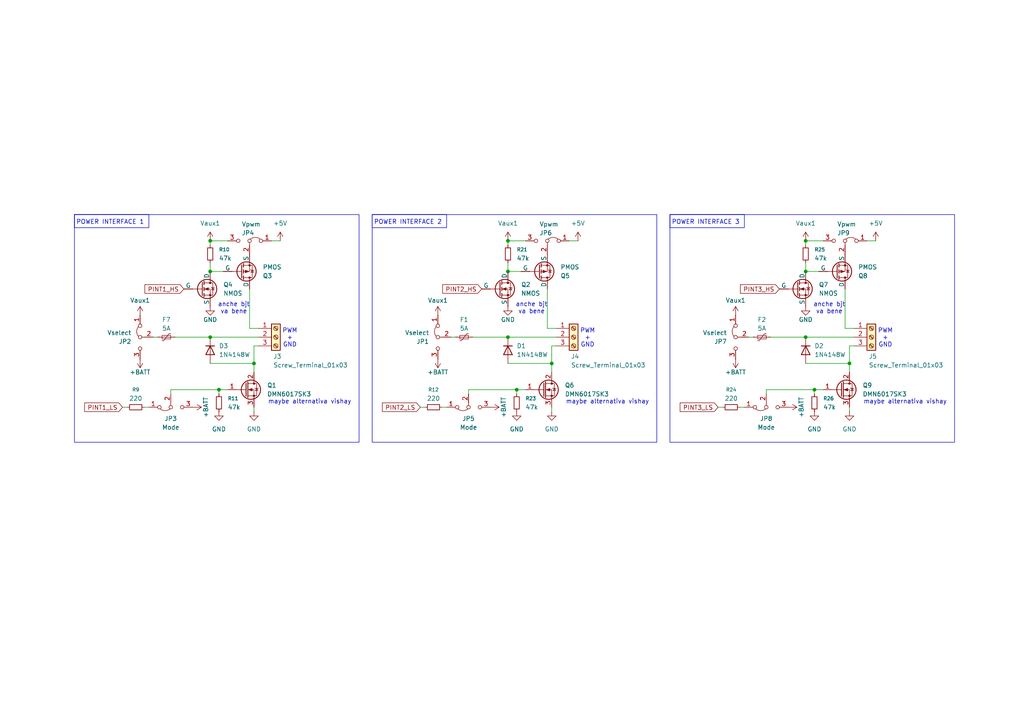
<source format=kicad_sch>
(kicad_sch (version 20250114) (generator "eeschema") (generator_version "9.0")
  (paper "A4")
  (title_block (title "Modulo Attuazione") (date "2025-11-28") (company "StarPi"))
  (lib_symbols
    (symbol "Connector:Screw_Terminal_01x03" (pin_names (offset 1.016) (hide yes))
      (property "Reference" "J" (at 0 5.08 0))
      (property "Value" "Screw_Terminal_01x03" (at 0 -5.08 0))
      (symbol "Screw_Terminal_01x03_1_1"
        (rectangle (start -1.27 3.81) (end 1.27 -3.81) (stroke (width 0.254)) (fill (type background)))
        (polyline (pts (xy -0.5334 2.8702) (xy 0.3302 2.032)) (stroke (width 0.1524)))
        (polyline (pts (xy -0.5334 0.3302) (xy 0.3302 -0.508)) (stroke (width 0.1524)))
        (polyline (pts (xy -0.5334 -2.2098) (xy 0.3302 -3.048)) (stroke (width 0.1524)))
        (polyline (pts (xy -0.3556 3.048) (xy 0.508 2.2098)) (stroke (width 0.1524)))
        (polyline (pts (xy -0.3556 0.508) (xy 0.508 -0.3302)) (stroke (width 0.1524)))
        (polyline (pts (xy -0.3556 -2.032) (xy 0.508 -2.8702)) (stroke (width 0.1524)))
        (circle (center 0 2.54) (radius 0.635) (stroke (width 0.1524)))
        (circle (center 0 0) (radius 0.635) (stroke (width 0.1524)))
        (circle (center 0 -2.54) (radius 0.635) (stroke (width 0.1524)))
        (pin passive line (at -5.08 2.54 0) (length 3.81) (name "Pin_1") (number "1"))
        (pin passive line (at -5.08 0 0) (length 3.81) (name "Pin_2") (number "2"))
        (pin passive line (at -5.08 -2.54 0) (length 3.81) (name "Pin_3") (number "3"))
      )
    )
    (symbol "Device:Polyfuse_Small" (pin_numbers (hide yes)) (pin_names (offset 0))
      (property "Reference" "F" (at -1.905 0 90))
      (property "Value" "Polyfuse_Small" (at 1.905 0 90))
      (symbol "Polyfuse_Small_0_1"
        (polyline (pts (xy -1.016 1.27) (xy -1.016 0.762) (xy 1.016 -0.762) (xy 1.016 -1.27)))
        (rectangle (start -0.508 1.27) (end 0.508 -1.27))
        (polyline (pts (xy 0 2.54) (xy 0 -2.54)))
      )
      (symbol "Polyfuse_Small_1_1"
        (pin passive line (at 0 2.54 270) (length 0.635) (name "~") (number "1"))
        (pin passive line (at 0 -2.54 90) (length 0.635) (name "~") (number "2"))
      )
    )
    (symbol "Device:R_Small" (pin_numbers (hide yes)) (pin_names (offset 0.254) (hide yes))
      (property "Reference" "R" (at 0 0 90))
      (property "Value" "R_Small" (at 1.778 0 90))
      (symbol "R_Small_0_1"
        (rectangle (start -0.762 1.778) (end 0.762 -1.778) (stroke (width 0.2032)))
      )
      (symbol "R_Small_1_1"
        (pin passive line (at 0 2.54 270) (length 0.762) (name "~") (number "1"))
        (pin passive line (at 0 -2.54 90) (length 0.762) (name "~") (number "2"))
      )
    )
    (symbol "Diode:1N4148W" (pin_numbers (hide yes)) (pin_names (hide yes))
      (property "Reference" "D" (at 0 2.54 0))
      (property "Value" "1N4148W" (at 0 -2.54 0))
      (symbol "1N4148W_0_1"
        (polyline (pts (xy -1.27 1.27) (xy -1.27 -1.27)) (stroke (width 0.254)))
        (polyline (pts (xy 1.27 1.27) (xy 1.27 -1.27) (xy -1.27 0) (xy 1.27 1.27)) (stroke (width 0.254)))
        (polyline (pts (xy 1.27 0) (xy -1.27 0)))
      )
      (symbol "1N4148W_1_1"
        (pin passive line (at -3.81 0 0) (length 2.54) (name "K") (number "1"))
        (pin passive line (at 3.81 0 180) (length 2.54) (name "A") (number "2"))
      )
    )
    (symbol "Jumper:Jumper_3_Bridged12" (pin_names (offset 0) (hide yes)) (in_bom no)
      (property "Reference" "JP" (at -2.54 -2.54 0))
      (property "Value" "Jumper_3_Bridged12" (at 0 2.794 0))
      (symbol "Jumper_3_Bridged12_0_0"
        (circle (center -3.302 0) (radius 0.508))
        (circle (center 0 0) (radius 0.508))
        (circle (center 3.302 0) (radius 0.508))
      )
      (symbol "Jumper_3_Bridged12_0_1"
        (arc (start -3.048 0.508) (mid -1.651 0.9912) (end -0.254 0.508))
        (polyline (pts (xy 0 -1.27) (xy 0 -0.508)))
      )
      (symbol "Jumper_3_Bridged12_1_1"
        (pin passive line (at -6.35 0 0) (length 2.54) (name "A") (number "1"))
        (pin passive line (at 0 -3.81 90) (length 2.54) (name "C") (number "2"))
        (pin passive line (at 6.35 0 180) (length 2.54) (name "B") (number "3"))
      )
    )
    (symbol "Simulation_SPICE:NMOS" (pin_numbers (hide yes)) (pin_names (offset 0))
      (property "Reference" "Q" (at 5.08 1.27 0))
      (property "Value" "NMOS" (at 5.08 -1.27 0))
      (symbol "NMOS_0_1"
        (polyline (pts (xy 0.254 1.905) (xy 0.254 -1.905)) (stroke (width 0.254)))
        (polyline (pts (xy 0.254 0) (xy -2.54 0)))
        (polyline (pts (xy 0.762 2.286) (xy 0.762 1.27)) (stroke (width 0.254)))
        (polyline (pts (xy 0.762 0.508) (xy 0.762 -0.508)) (stroke (width 0.254)))
        (polyline (pts (xy 0.762 -1.27) (xy 0.762 -2.286)) (stroke (width 0.254)))
        (polyline (pts (xy 0.762 -1.778) (xy 3.302 -1.778) (xy 3.302 1.778) (xy 0.762 1.778)))
        (polyline (pts (xy 1.016 0) (xy 2.032 0.381) (xy 2.032 -0.381) (xy 1.016 0)) (fill (type outline)))
        (circle (center 1.651 0) (radius 2.794) (stroke (width 0.254)))
        (polyline (pts (xy 2.54 2.54) (xy 2.54 1.778)))
        (circle (center 2.54 1.778) (radius 0.254) (fill (type outline)))
        (circle (center 2.54 -1.778) (radius 0.254) (fill (type outline)))
        (polyline (pts (xy 2.54 -2.54) (xy 2.54 0) (xy 0.762 0)))
        (polyline (pts (xy 2.794 0.508) (xy 2.921 0.381) (xy 3.683 0.381) (xy 3.81 0.254)))
        (polyline (pts (xy 3.302 0.381) (xy 2.921 -0.254) (xy 3.683 -0.254) (xy 3.302 0.381)))
      )
      (symbol "NMOS_1_1"
        (pin input line (at -5.08 0 0) (length 2.54) (name "G") (number "2"))
        (pin passive line (at 2.54 5.08 270) (length 2.54) (name "D") (number "1"))
        (pin passive line (at 2.54 -5.08 90) (length 2.54) (name "S") (number "3"))
      )
    )
    (symbol "Simulation_SPICE:PMOS" (pin_numbers (hide yes)) (pin_names (offset 0))
      (property "Reference" "Q" (at 5.08 1.27 0))
      (property "Value" "PMOS" (at 5.08 -1.27 0))
      (symbol "PMOS_0_1"
        (polyline (pts (xy 0.254 1.905) (xy 0.254 -1.905)) (stroke (width 0.254)))
        (polyline (pts (xy 0.254 0) (xy -2.54 0)))
        (polyline (pts (xy 0.762 2.286) (xy 0.762 1.27)) (stroke (width 0.254)))
        (polyline (pts (xy 0.762 1.778) (xy 3.302 1.778) (xy 3.302 -1.778) (xy 0.762 -1.778)))
        (polyline (pts (xy 0.762 0.508) (xy 0.762 -0.508)) (stroke (width 0.254)))
        (polyline (pts (xy 0.762 -1.27) (xy 0.762 -2.286)) (stroke (width 0.254)))
        (circle (center 1.651 0) (radius 2.794) (stroke (width 0.254)))
        (polyline (pts (xy 2.286 0) (xy 1.27 0.381) (xy 1.27 -0.381) (xy 2.286 0)) (fill (type outline)))
        (polyline (pts (xy 2.54 2.54) (xy 2.54 1.778)))
        (circle (center 2.54 1.778) (radius 0.254) (fill (type outline)))
        (circle (center 2.54 -1.778) (radius 0.254) (fill (type outline)))
        (polyline (pts (xy 2.54 -2.54) (xy 2.54 0) (xy 0.762 0)))
        (polyline (pts (xy 2.794 -0.508) (xy 2.921 -0.381) (xy 3.683 -0.381) (xy 3.81 -0.254)))
        (polyline (pts (xy 3.302 -0.381) (xy 2.921 0.254) (xy 3.683 0.254) (xy 3.302 -0.381)))
      )
      (symbol "PMOS_1_1"
        (pin input line (at -5.08 0 0) (length 2.54) (name "G") (number "2"))
        (pin passive line (at 2.54 5.08 270) (length 2.54) (name "D") (number "1"))
        (pin passive line (at 2.54 -5.08 90) (length 2.54) (name "S") (number "3"))
      )
    )
    (symbol "Transistor_FET_Other:Q_NMOS_Depletion_GDS" (pin_names (offset 0) (hide yes))
      (property "Reference" "Q" (at 5.08 1.905 0))
      (property "Value" "Q_NMOS_Depletion_GDS" (at 5.08 0 0))
      (symbol "Q_NMOS_Depletion_GDS_0_1"
        (polyline (pts (xy 0.254 1.905) (xy 0.254 -1.905)) (stroke (width 0.254)))
        (polyline (pts (xy 0.254 0) (xy -2.54 0)))
        (polyline (pts (xy 0.762 2.286) (xy 0.762 -2.286)) (stroke (width 0.254)))
        (polyline (pts (xy 0.762 -1.778) (xy 3.302 -1.778) (xy 3.302 1.778) (xy 0.762 1.778)))
        (polyline (pts (xy 1.016 0) (xy 2.032 0.381) (xy 2.032 -0.381) (xy 1.016 0)) (fill (type outline)))
        (circle (center 1.651 0) (radius 2.794) (stroke (width 0.254)))
        (polyline (pts (xy 2.54 2.54) (xy 2.54 1.778)))
        (circle (center 2.54 1.778) (radius 0.254) (fill (type outline)))
        (circle (center 2.54 -1.778) (radius 0.254) (fill (type outline)))
        (polyline (pts (xy 2.54 -2.54) (xy 2.54 0) (xy 0.762 0)))
        (polyline (pts (xy 2.794 0.508) (xy 2.921 0.381) (xy 3.683 0.381) (xy 3.81 0.254)))
        (polyline (pts (xy 3.302 0.381) (xy 2.921 -0.254) (xy 3.683 -0.254) (xy 3.302 0.381)))
      )
      (symbol "Q_NMOS_Depletion_GDS_1_1"
        (pin input line (at -5.08 0 0) (length 2.54) (name "G") (number "1"))
        (pin passive line (at 2.54 5.08 270) (length 2.54) (name "D") (number "2"))
        (pin passive line (at 2.54 -5.08 90) (length 2.54) (name "S") (number "3"))
      )
    )
    (symbol "power:+5V" (power) (pin_numbers (hide yes)) (pin_names (offset 0) (hide yes))
      (property "Value" "+5V" (at 0 3.556 0))
      (symbol "+5V_0_1"
        (polyline (pts (xy -0.762 1.27) (xy 0 2.54)))
        (polyline (pts (xy 0 2.54) (xy 0.762 1.27)))
        (polyline (pts (xy 0 0) (xy 0 2.54)))
      )
      (symbol "+5V_1_1"
        (pin power_in line (at 0 0 90) (length 0) (name "~") (number "1"))
      )
    )
    (symbol "power:+9V" (power) (pin_numbers (hide yes)) (pin_names (offset 0) (hide yes))
      (property "Value" "+9V" (at 0 3.556 0))
      (symbol "+9V_0_1"
        (polyline (pts (xy -0.762 1.27) (xy 0 2.54)))
        (polyline (pts (xy 0 2.54) (xy 0.762 1.27)))
        (polyline (pts (xy 0 0) (xy 0 2.54)))
      )
      (symbol "+9V_1_1"
        (pin power_in line (at 0 0 90) (length 0) (name "~") (number "1"))
      )
    )
    (symbol "power:+BATT" (power) (pin_numbers (hide yes)) (pin_names (offset 0) (hide yes))
      (property "Value" "+BATT" (at 0 3.556 0))
      (symbol "+BATT_0_1"
        (polyline (pts (xy -0.762 1.27) (xy 0 2.54)))
        (polyline (pts (xy 0 2.54) (xy 0.762 1.27)))
        (polyline (pts (xy 0 0) (xy 0 2.54)))
      )
      (symbol "+BATT_1_1"
        (pin power_in line (at 0 0 90) (length 0) (name "~") (number "1"))
      )
    )
    (symbol "power:GND" (power) (pin_numbers (hide yes)) (pin_names (offset 0) (hide yes))
      (property "Value" "GND" (at 0 -3.81 0))
      (symbol "GND_0_1"
        (polyline (pts (xy 0 0) (xy 0 -1.27) (xy 1.27 -1.27) (xy 0 -2.54) (xy -1.27 -1.27) (xy 0 -1.27)))
      )
      (symbol "GND_1_1"
        (pin power_in line (at 0 0 270) (length 0) (name "~") (number "1"))
      )
    )
  )
  (rectangle (start 21.59 62.23) (end 43.18 66.04))
  (rectangle (start 194.31 62.23) (end 215.9 66.04))
  (rectangle (start 107.95 62.23) (end 129.54 66.04))
  (rectangle (start 194.31 62.23) (end 276.86 128.27))
  (rectangle (start 107.95 62.23) (end 190.5 128.27))
  (rectangle (start 21.59 62.23) (end 104.14 128.27))
  (text "maybe alternativa vishay" (at 77.724 116.586 0) (effects (font (size 1.27 1.27)) (justify left)))
  (text "maybe alternativa vishay" (at 164.084 116.586 0) (effects (font (size 1.27 1.27)) (justify left)))
  (text "anche bjt\nva bene" (at 240.538 89.408 0) (effects (font (size 1.27 1.27))))
  (text "PWM\n+\nGND" (at 256.794 98.044 0) (effects (font (size 1.27 1.27))))
  (text "anche bjt\nva bene" (at 154.178 89.408 0) (effects (font (size 1.27 1.27))))
  (text "POWER INTERFACE 2" (at 108.458 64.516 0) (effects (font (size 1.27 1.27)) (justify left)))
  (text "POWER INTERFACE 3" (at 194.818 64.516 0) (effects (font (size 1.27 1.27)) (justify left)))
  (text "PWM\n+\nGND" (at 84.074 98.044 0) (effects (font (size 1.27 1.27))))
  (text "POWER INTERFACE 1" (at 22.098 64.516 0) (effects (font (size 1.27 1.27)) (justify left)))
  (text "anche bjt\nva bene" (at 67.818 89.408 0) (effects (font (size 1.27 1.27))))
  (text "maybe alternativa vishay" (at 250.444 116.586 0) (effects (font (size 1.27 1.27)) (justify left)))
  (text "PWM\n+\nGND" (at 170.434 98.044 0) (effects (font (size 1.27 1.27))))
  (junction (at 147.32 69.85))
  (junction (at 149.86 113.03))
  (junction (at 233.68 78.74))
  (junction (at 60.96 97.79))
  (junction (at 236.22 113.03))
  (junction (at 246.38 105.41))
  (junction (at 73.66 105.41))
  (junction (at 63.5 113.03))
  (junction (at 160.02 105.41))
  (junction (at 233.68 69.85))
  (junction (at 233.68 97.79))
  (junction (at 60.96 69.85))
  (junction (at 60.96 78.74))
  (junction (at 147.32 78.74))
  (junction (at 147.32 97.79))
  (wire (pts (xy 246.38 118.11) (xy 246.38 119.38)))
  (wire (pts (xy 158.75 83.82) (xy 158.75 95.25)))
  (wire (pts (xy 60.96 69.85) (xy 66.04 69.85)))
  (wire (pts (xy 137.16 97.79) (xy 147.32 97.79)))
  (wire (pts (xy 251.46 69.85) (xy 254 69.85)))
  (wire (pts (xy 72.39 95.25) (xy 74.93 95.25)))
  (wire (pts (xy 158.75 95.25) (xy 161.29 95.25)))
  (wire (pts (xy 149.86 113.03) (xy 152.4 113.03)))
  (wire (pts (xy 160.02 107.95) (xy 160.02 105.41)))
  (wire (pts (xy 222.25 113.03) (xy 236.22 113.03)))
  (wire (pts (xy 208.28 118.11) (xy 209.55 118.11)))
  (wire (pts (xy 135.89 114.3) (xy 135.89 113.03)))
  (wire (pts (xy 147.32 69.85) (xy 147.32 71.12)))
  (wire (pts (xy 236.22 114.3) (xy 236.22 113.03)))
  (wire (pts (xy 160.02 118.11) (xy 160.02 119.38)))
  (wire (pts (xy 237.49 78.74) (xy 233.68 78.74)))
  (wire (pts (xy 222.25 114.3) (xy 222.25 113.03)))
  (wire (pts (xy 151.13 78.74) (xy 147.32 78.74)))
  (wire (pts (xy 60.96 105.41) (xy 73.66 105.41)))
  (wire (pts (xy 63.5 113.03) (xy 66.04 113.03)))
  (wire (pts (xy 128.27 118.11) (xy 129.54 118.11)))
  (wire (pts (xy 78.74 69.85) (xy 81.28 69.85)))
  (wire (pts (xy 121.92 118.11) (xy 123.19 118.11)))
  (wire (pts (xy 149.86 114.3) (xy 149.86 113.03)))
  (wire (pts (xy 245.11 83.82) (xy 245.11 95.25)))
  (wire (pts (xy 165.1 69.85) (xy 167.64 69.85)))
  (wire (pts (xy 73.66 100.33) (xy 74.93 100.33)))
  (wire (pts (xy 50.8 97.79) (xy 60.96 97.79)))
  (wire (pts (xy 160.02 100.33) (xy 161.29 100.33)))
  (wire (pts (xy 60.96 76.2) (xy 60.96 78.74)))
  (wire (pts (xy 223.52 97.79) (xy 233.68 97.79)))
  (wire (pts (xy 233.68 97.79) (xy 247.65 97.79)))
  (wire (pts (xy 49.53 113.03) (xy 63.5 113.03)))
  (wire (pts (xy 147.32 76.2) (xy 147.32 78.74)))
  (wire (pts (xy 246.38 100.33) (xy 247.65 100.33)))
  (wire (pts (xy 73.66 118.11) (xy 73.66 119.38)))
  (wire (pts (xy 217.17 97.79) (xy 218.44 97.79)))
  (wire (pts (xy 60.96 97.79) (xy 74.93 97.79)))
  (wire (pts (xy 73.66 105.41) (xy 73.66 100.33)))
  (wire (pts (xy 135.89 113.03) (xy 149.86 113.03)))
  (wire (pts (xy 63.5 114.3) (xy 63.5 113.03)))
  (wire (pts (xy 130.81 97.79) (xy 132.08 97.79)))
  (wire (pts (xy 233.68 76.2) (xy 233.68 78.74)))
  (wire (pts (xy 214.63 118.11) (xy 215.9 118.11)))
  (wire (pts (xy 35.56 118.11) (xy 36.83 118.11)))
  (wire (pts (xy 147.32 105.41) (xy 160.02 105.41)))
  (wire (pts (xy 49.53 114.3) (xy 49.53 113.03)))
  (wire (pts (xy 245.11 95.25) (xy 247.65 95.25)))
  (wire (pts (xy 236.22 113.03) (xy 238.76 113.03)))
  (wire (pts (xy 64.77 78.74) (xy 60.96 78.74)))
  (wire (pts (xy 233.68 105.41) (xy 246.38 105.41)))
  (wire (pts (xy 147.32 69.85) (xy 152.4 69.85)))
  (wire (pts (xy 41.91 118.11) (xy 43.18 118.11)))
  (wire (pts (xy 60.96 69.85) (xy 60.96 71.12)))
  (wire (pts (xy 147.32 97.79) (xy 161.29 97.79)))
  (wire (pts (xy 44.45 97.79) (xy 45.72 97.79)))
  (wire (pts (xy 246.38 105.41) (xy 246.38 100.33)))
  (wire (pts (xy 73.66 107.95) (xy 73.66 105.41)))
  (wire (pts (xy 233.68 69.85) (xy 238.76 69.85)))
  (wire (pts (xy 246.38 107.95) (xy 246.38 105.41)))
  (wire (pts (xy 72.39 83.82) (xy 72.39 95.25)))
  (wire (pts (xy 160.02 105.41) (xy 160.02 100.33)))
  (wire (pts (xy 233.68 69.85) (xy 233.68 71.12)))
  (global_label "PINT3_LS" (shape input) (at 208.28 118.11 180) (property "Intersheetrefs" "${INTERSHEET_REFS}" (effects (hide yes))))
  (global_label "PINT1_LS" (shape input) (at 35.56 118.11 180) (property "Intersheetrefs" "${INTERSHEET_REFS}" (effects (hide yes))))
  (global_label "PINT3_HS" (shape input) (at 226.06 83.82 180) (property "Intersheetrefs" "${INTERSHEET_REFS}" (effects (hide yes))))
  (global_label "PINT1_HS" (shape input) (at 53.34 83.82 180) (property "Intersheetrefs" "${INTERSHEET_REFS}" (effects (hide yes))))
  (global_label "PINT2_LS" (shape input) (at 121.92 118.11 180) (property "Intersheetrefs" "${INTERSHEET_REFS}" (effects (hide yes))))
  (global_label "PINT2_HS" (shape input) (at 139.7 83.82 180) (property "Intersheetrefs" "${INTERSHEET_REFS}" (effects (hide yes))))
  (symbol (lib_id "Device:Polyfuse_Small") (at 220.98 97.79 90) (unit 1)
    (property "Reference" "F2" (at 220.98 92.71 90))
    (property "Value" "5A" (at 220.98 95.25 90))
    (property "Description" "Resettable fuse, polymeric positive temperature coefficient, small symbol" (effects (hide yes)))
  )
  (symbol (lib_id "Jumper:Jumper_3_Bridged12") (at 213.36 97.79 90) (mirror x) (unit 1) (in_bom no)
    (property "Reference" "JP7" (at 210.82 99.0601 90) (effects (justify left)))
    (property "Value" "Vselect" (at 210.82 96.5201 90) (effects (justify left)))
    (property "Description" "Jumper, 3-pole, pins 1+2 closed/bridged" (effects (hide yes)))
  )
  (symbol (lib_id "Jumper:Jumper_3_Bridged12") (at 135.89 118.11 0) (mirror x) (unit 1) (in_bom no)
    (property "Reference" "JP5" (at 135.89 121.412 0))
    (property "Value" "Mode" (at 135.89 123.952 0))
    (property "Description" "Jumper, 3-pole, pins 1+2 closed/bridged" (effects (hide yes)))
  )
  (symbol (lib_id "Device:R_Small") (at 236.22 116.84 180) (unit 1)
    (property "Reference" "R26" (at 238.76 115.5699 0) (effects (font (size 1.016 1.016)) (justify right)))
    (property "Value" "47k" (at 238.76 118.1099 0) (effects (justify right)))
    (property "Description" "Resistor, small symbol" (effects (hide yes)))
  )
  (symbol (lib_id "Diode:1N4148W") (at 60.96 101.6 270) (unit 1)
    (property "Reference" "D3" (at 63.5 100.3299 90) (effects (justify left)))
    (property "Value" "1N4148W" (at 63.5 102.8699 90) (effects (justify left)))
    (property "Footprint" "Diode_SMD:D_SOD-123" (effects (hide yes)))
    (property "Datasheet" "https://www.vishay.com/docs/85748/1n4148w.pdf" (effects (hide yes)))
    (property "Description" "75V 0.15A Fast Switching Diode, SOD-123" (effects (hide yes)))
    (property "Sim.Device" "D" (effects (hide yes)))
    (property "Sim.Pins" "1=K 2=A" (effects (hide yes)))
  )
  (symbol (lib_id "power:+BATT") (at 55.88 118.11 270) (unit 1)
    (property "Reference" "#PWR055" (effects (hide yes)))
    (property "Value" "+BATT" (at 59.69 118.11 0))
    (property "Description" "Power symbol creates a global label with name \"+BATT\"" (effects (hide yes)))
  )
  (symbol (lib_id "power:+5V") (at 81.28 69.85 0) (unit 1)
    (property "Reference" "#PWR057" (effects (hide yes)))
    (property "Value" "+5V" (at 81.28 64.77 0))
    (property "Description" "Power symbol creates a global label with name \"+5V\"" (effects (hide yes)))
  )
  (symbol (lib_id "Simulation_SPICE:PMOS") (at 156.21 78.74 0) (mirror x) (unit 1)
    (property "Reference" "Q5" (at 162.56 80.0101 0) (effects (justify left)))
    (property "Value" "PMOS" (at 162.56 77.4701 0) (effects (justify left)))
    (property "Datasheet" "https://ngspice.sourceforge.io/docs/ngspice-html-manual/manual.xhtml#cha_MOSFETs" (effects (hide yes)))
    (property "Description" "P-MOSFET transistor, drain/source/gate" (effects (hide yes)))
    (property "Sim.Device" "PMOS" (effects (hide yes)))
    (property "Sim.Type" "VDMOS" (effects (hide yes)))
    (property "Sim.Pins" "1=D 2=G 3=S" (effects (hide yes)))
  )
  (symbol (lib_id "Device:R_Small") (at 60.96 73.66 180) (unit 1)
    (property "Reference" "R10" (at 63.5 72.3899 0) (effects (font (size 1.016 1.016)) (justify right)))
    (property "Value" "47k" (at 63.5 74.9299 0) (effects (justify right)))
    (property "Description" "Resistor, small symbol" (effects (hide yes)))
  )
  (symbol (lib_id "Connector:Screw_Terminal_01x03") (at 80.01 97.79 0) (unit 1)
    (property "Reference" "J3" (at 79.248 103.378 0) (effects (justify left)))
    (property "Value" "Screw_Terminal_01x03" (at 79.248 105.918 0) (effects (justify left)))
    (property "Description" "Generic screw terminal, single row, 01x03, script generated (kicad-library-utils/schlib/autogen/connector/)" (effects (hide yes)))
  )
  (symbol (lib_id "power:GND") (at 246.38 119.38 0) (unit 1)
    (property "Reference" "#PWR060" (effects (hide yes)))
    (property "Value" "GND" (at 246.38 124.46 0))
    (property "Description" "Power symbol creates a global label with name \"GND\" , ground" (effects (hide yes)))
  )
  (symbol (lib_id "Jumper:Jumper_3_Bridged12") (at 245.11 69.85 0) (mirror y) (unit 1) (in_bom no)
    (property "Reference" "JP9" (at 242.824 67.564 0) (effects (justify right)))
    (property "Value" "Vpwm" (at 242.824 65.024 0) (effects (justify right)))
    (property "Description" "Jumper, 3-pole, pins 1+2 closed/bridged" (effects (hide yes)))
  )
  (symbol (lib_id "Device:R_Small") (at 149.86 116.84 180) (unit 1)
    (property "Reference" "R23" (at 152.4 115.5699 0) (effects (font (size 1.016 1.016)) (justify right)))
    (property "Value" "47k" (at 152.4 118.1099 0) (effects (justify right)))
    (property "Description" "Resistor, small symbol" (effects (hide yes)))
  )
  (symbol (lib_id "Simulation_SPICE:NMOS") (at 58.42 83.82 0) (unit 1)
    (property "Reference" "Q4" (at 64.77 82.5499 0) (effects (justify left)))
    (property "Value" "NMOS" (at 64.77 85.0899 0) (effects (justify left)))
    (property "Datasheet" "https://ngspice.sourceforge.io/docs/ngspice-html-manual/manual.xhtml#cha_MOSFETs" (effects (hide yes)))
    (property "Description" "N-MOSFET transistor, drain/source/gate" (effects (hide yes)))
    (property "Sim.Device" "NMOS" (effects (hide yes)))
    (property "Sim.Type" "VDMOS" (effects (hide yes)))
    (property "Sim.Pins" "1=D 2=G 3=S" (effects (hide yes)))
  )
  (symbol (lib_id "Transistor_FET_Other:Q_NMOS_Depletion_GDS") (at 71.12 113.03 0) (unit 1)
    (property "Reference" "Q1" (at 77.47 111.7599 0) (effects (justify left)))
    (property "Value" "DMN6017SK3" (at 77.47 114.2999 0) (effects (justify left)))
    (property "Description" "Depletion-mode N-channel MOSFET gate/drain/source" (effects (hide yes)))
  )
  (symbol (lib_id "power:+9V") (at 127 91.44 0) (unit 1)
    (property "Reference" "#PWR027" (effects (hide yes)))
    (property "Value" "Vaux1" (at 127 87.122 0))
    (property "Description" "Power symbol creates a global label with name \"+9V\"" (effects (hide yes)))
  )
  (symbol (lib_id "Jumper:Jumper_3_Bridged12") (at 158.75 69.85 0) (mirror y) (unit 1) (in_bom no)
    (property "Reference" "JP6" (at 156.464 67.564 0) (effects (justify right)))
    (property "Value" "Vpwm" (at 156.464 65.024 0) (effects (justify right)))
    (property "Description" "Jumper, 3-pole, pins 1+2 closed/bridged" (effects (hide yes)))
  )
  (symbol (lib_id "Jumper:Jumper_3_Bridged12") (at 127 97.79 90) (mirror x) (unit 1) (in_bom no)
    (property "Reference" "JP1" (at 124.46 99.0601 90) (effects (justify left)))
    (property "Value" "Vselect" (at 124.46 96.5201 90) (effects (justify left)))
    (property "Description" "Jumper, 3-pole, pins 1+2 closed/bridged" (effects (hide yes)))
  )
  (symbol (lib_id "power:GND") (at 233.68 88.9 0) (unit 1)
    (property "Reference" "#PWR058" (effects (hide yes)))
    (property "Value" "GND" (at 233.68 92.71 0))
    (property "Description" "Power symbol creates a global label with name \"GND\" , ground" (effects (hide yes)))
  )
  (symbol (lib_id "power:+BATT") (at 127 104.14 180) (unit 1)
    (property "Reference" "#PWR028" (effects (hide yes)))
    (property "Value" "+BATT" (at 127 107.95 0))
    (property "Description" "Power symbol creates a global label with name \"+BATT\"" (effects (hide yes)))
  )
  (symbol (lib_id "power:GND") (at 160.02 119.38 0) (unit 1)
    (property "Reference" "#PWR041" (effects (hide yes)))
    (property "Value" "GND" (at 160.02 124.46 0))
    (property "Description" "Power symbol creates a global label with name \"GND\" , ground" (effects (hide yes)))
  )
  (symbol (lib_id "Transistor_FET_Other:Q_NMOS_Depletion_GDS") (at 243.84 113.03 0) (unit 1)
    (property "Reference" "Q9" (at 250.19 111.7599 0) (effects (justify left)))
    (property "Value" "DMN6017SK3" (at 250.19 114.2999 0) (effects (justify left)))
    (property "Description" "Depletion-mode N-channel MOSFET gate/drain/source" (effects (hide yes)))
  )
  (symbol (lib_id "Simulation_SPICE:NMOS") (at 231.14 83.82 0) (unit 1)
    (property "Reference" "Q7" (at 237.49 82.5499 0) (effects (justify left)))
    (property "Value" "NMOS" (at 237.49 85.0899 0) (effects (justify left)))
    (property "Datasheet" "https://ngspice.sourceforge.io/docs/ngspice-html-manual/manual.xhtml#cha_MOSFETs" (effects (hide yes)))
    (property "Description" "N-MOSFET transistor, drain/source/gate" (effects (hide yes)))
    (property "Sim.Device" "NMOS" (effects (hide yes)))
    (property "Sim.Type" "VDMOS" (effects (hide yes)))
    (property "Sim.Pins" "1=D 2=G 3=S" (effects (hide yes)))
  )
  (symbol (lib_id "power:+BATT") (at 228.6 118.11 270) (unit 1)
    (property "Reference" "#PWR045" (effects (hide yes)))
    (property "Value" "+BATT" (at 232.41 118.11 0))
    (property "Description" "Power symbol creates a global label with name \"+BATT\"" (effects (hide yes)))
  )
  (symbol (lib_id "Device:R_Small") (at 212.09 118.11 90) (unit 1)
    (property "Reference" "R24" (at 212.09 113.03 90) (effects (font (size 1.016 1.016))))
    (property "Value" "220" (at 212.09 115.57 90))
    (property "Description" "Resistor, small symbol" (effects (hide yes)))
  )
  (symbol (lib_id "power:GND") (at 73.66 119.38 0) (unit 1)
    (property "Reference" "#PWR053" (effects (hide yes)))
    (property "Value" "GND" (at 73.66 124.46 0))
    (property "Description" "Power symbol creates a global label with name \"GND\" , ground" (effects (hide yes)))
  )
  (symbol (lib_id "power:+BATT") (at 213.36 104.14 180) (unit 1)
    (property "Reference" "#PWR044" (effects (hide yes)))
    (property "Value" "+BATT" (at 213.36 107.95 0))
    (property "Description" "Power symbol creates a global label with name \"+BATT\"" (effects (hide yes)))
  )
  (symbol (lib_id "Connector:Screw_Terminal_01x03") (at 166.37 97.79 0) (unit 1)
    (property "Reference" "J4" (at 165.608 103.378 0) (effects (justify left)))
    (property "Value" "Screw_Terminal_01x03" (at 165.608 105.918 0) (effects (justify left)))
    (property "Description" "Generic screw terminal, single row, 01x03, script generated (kicad-library-utils/schlib/autogen/connector/)" (effects (hide yes)))
  )
  (symbol (lib_id "Device:R_Small") (at 147.32 73.66 180) (unit 1)
    (property "Reference" "R21" (at 149.86 72.3899 0) (effects (font (size 1.016 1.016)) (justify right)))
    (property "Value" "47k" (at 149.86 74.9299 0) (effects (justify right)))
    (property "Description" "Resistor, small symbol" (effects (hide yes)))
  )
  (symbol (lib_id "Device:R_Small") (at 63.5 116.84 180) (unit 1)
    (property "Reference" "R11" (at 66.04 115.5699 0) (effects (font (size 1.016 1.016)) (justify right)))
    (property "Value" "47k" (at 66.04 118.1099 0) (effects (justify right)))
    (property "Description" "Resistor, small symbol" (effects (hide yes)))
  )
  (symbol (lib_id "Jumper:Jumper_3_Bridged12") (at 72.39 69.85 0) (mirror y) (unit 1) (in_bom no)
    (property "Reference" "JP4" (at 70.104 67.564 0) (effects (justify right)))
    (property "Value" "Vpwm" (at 70.104 65.024 0) (effects (justify right)))
    (property "Description" "Jumper, 3-pole, pins 1+2 closed/bridged" (effects (hide yes)))
  )
  (symbol (lib_id "power:GND") (at 60.96 88.9 0) (unit 1)
    (property "Reference" "#PWR052" (effects (hide yes)))
    (property "Value" "GND" (at 60.96 92.71 0))
    (property "Description" "Power symbol creates a global label with name \"GND\" , ground" (effects (hide yes)))
  )
  (symbol (lib_id "power:+9V") (at 233.68 69.85 0) (unit 1)
    (property "Reference" "#PWR046" (effects (hide yes)))
    (property "Value" "Vaux1" (at 233.68 64.77 0))
    (property "Description" "Power symbol creates a global label with name \"+9V\"" (effects (hide yes)))
  )
  (symbol (lib_id "Simulation_SPICE:PMOS") (at 69.85 78.74 0) (mirror x) (unit 1)
    (property "Reference" "Q3" (at 76.2 80.0101 0) (effects (justify left)))
    (property "Value" "PMOS" (at 76.2 77.4701 0) (effects (justify left)))
    (property "Datasheet" "https://ngspice.sourceforge.io/docs/ngspice-html-manual/manual.xhtml#cha_MOSFETs" (effects (hide yes)))
    (property "Description" "P-MOSFET transistor, drain/source/gate" (effects (hide yes)))
    (property "Sim.Device" "PMOS" (effects (hide yes)))
    (property "Sim.Type" "VDMOS" (effects (hide yes)))
    (property "Sim.Pins" "1=D 2=G 3=S" (effects (hide yes)))
  )
  (symbol (lib_id "power:+5V") (at 167.64 69.85 0) (unit 1)
    (property "Reference" "#PWR042" (effects (hide yes)))
    (property "Value" "+5V" (at 167.64 64.77 0))
    (property "Description" "Power symbol creates a global label with name \"+5V\"" (effects (hide yes)))
  )
  (symbol (lib_id "power:GND") (at 147.32 88.9 0) (unit 1)
    (property "Reference" "#PWR038" (effects (hide yes)))
    (property "Value" "GND" (at 147.32 92.71 0))
    (property "Description" "Power symbol creates a global label with name \"GND\" , ground" (effects (hide yes)))
  )
  (symbol (lib_id "Transistor_FET_Other:Q_NMOS_Depletion_GDS") (at 157.48 113.03 0) (unit 1)
    (property "Reference" "Q6" (at 163.83 111.7599 0) (effects (justify left)))
    (property "Value" "DMN6017SK3" (at 163.83 114.2999 0) (effects (justify left)))
    (property "Description" "Depletion-mode N-channel MOSFET gate/drain/source" (effects (hide yes)))
  )
  (symbol (lib_id "Jumper:Jumper_3_Bridged12") (at 40.64 97.79 90) (mirror x) (unit 1) (in_bom no)
    (property "Reference" "JP2" (at 38.1 99.0601 90) (effects (justify left)))
    (property "Value" "Vselect" (at 38.1 96.5201 90) (effects (justify left)))
    (property "Description" "Jumper, 3-pole, pins 1+2 closed/bridged" (effects (hide yes)))
  )
  (symbol (lib_id "Device:R_Small") (at 125.73 118.11 90) (unit 1)
    (property "Reference" "R12" (at 125.73 113.03 90) (effects (font (size 1.016 1.016))))
    (property "Value" "220" (at 125.73 115.57 90))
    (property "Description" "Resistor, small symbol" (effects (hide yes)))
  )
  (symbol (lib_id "power:+9V") (at 147.32 69.85 0) (unit 1)
    (property "Reference" "#PWR037" (effects (hide yes)))
    (property "Value" "Vaux1" (at 147.32 64.77 0))
    (property "Description" "Power symbol creates a global label with name \"+9V\"" (effects (hide yes)))
  )
  (symbol (lib_id "power:GND") (at 236.22 119.38 0) (unit 1)
    (property "Reference" "#PWR059" (effects (hide yes)))
    (property "Value" "GND" (at 236.22 124.46 0))
    (property "Description" "Power symbol creates a global label with name \"GND\" , ground" (effects (hide yes)))
  )
  (symbol (lib_id "Device:Polyfuse_Small") (at 134.62 97.79 90) (unit 1)
    (property "Reference" "F1" (at 134.62 92.71 90))
    (property "Value" "5A" (at 134.62 95.25 90))
    (property "Description" "Resettable fuse, polymeric positive temperature coefficient, small symbol" (effects (hide yes)))
  )
  (symbol (lib_id "Diode:1N4148W") (at 147.32 101.6 270) (unit 1)
    (property "Reference" "D1" (at 149.86 100.3299 90) (effects (justify left)))
    (property "Value" "1N4148W" (at 149.86 102.8699 90) (effects (justify left)))
    (property "Footprint" "Diode_SMD:D_SOD-123" (effects (hide yes)))
    (property "Datasheet" "https://www.vishay.com/docs/85748/1n4148w.pdf" (effects (hide yes)))
    (property "Description" "75V 0.15A Fast Switching Diode, SOD-123" (effects (hide yes)))
    (property "Sim.Device" "D" (effects (hide yes)))
    (property "Sim.Pins" "1=K 2=A" (effects (hide yes)))
  )
  (symbol (lib_id "power:+BATT") (at 40.64 104.14 180) (unit 1)
    (property "Reference" "#PWR050" (effects (hide yes)))
    (property "Value" "+BATT" (at 40.64 107.95 0))
    (property "Description" "Power symbol creates a global label with name \"+BATT\"" (effects (hide yes)))
  )
  (symbol (lib_id "power:+9V") (at 60.96 69.85 0) (unit 1)
    (property "Reference" "#PWR056" (effects (hide yes)))
    (property "Value" "Vaux1" (at 60.96 64.77 0))
    (property "Description" "Power symbol creates a global label with name \"+9V\"" (effects (hide yes)))
  )
  (symbol (lib_id "Device:Polyfuse_Small") (at 48.26 97.79 90) (unit 1)
    (property "Reference" "F7" (at 48.26 92.71 90))
    (property "Value" "5A" (at 48.26 95.25 90))
    (property "Description" "Resettable fuse, polymeric positive temperature coefficient, small symbol" (effects (hide yes)))
  )
  (symbol (lib_id "power:+BATT") (at 142.24 118.11 270) (unit 1)
    (property "Reference" "#PWR036" (effects (hide yes)))
    (property "Value" "+BATT" (at 146.05 118.11 0))
    (property "Description" "Power symbol creates a global label with name \"+BATT\"" (effects (hide yes)))
  )
  (symbol (lib_id "power:+5V") (at 254 69.85 0) (unit 1)
    (property "Reference" "#PWR061" (effects (hide yes)))
    (property "Value" "+5V" (at 254 64.77 0))
    (property "Description" "Power symbol creates a global label with name \"+5V\"" (effects (hide yes)))
  )
  (symbol (lib_id "power:+9V") (at 213.36 91.44 0) (unit 1)
    (property "Reference" "#PWR043" (effects (hide yes)))
    (property "Value" "Vaux1" (at 213.36 87.122 0))
    (property "Description" "Power symbol creates a global label with name \"+9V\"" (effects (hide yes)))
  )
  (symbol (lib_id "Jumper:Jumper_3_Bridged12") (at 222.25 118.11 0) (mirror x) (unit 1) (in_bom no)
    (property "Reference" "JP8" (at 222.25 121.412 0))
    (property "Value" "Mode" (at 222.25 123.952 0))
    (property "Description" "Jumper, 3-pole, pins 1+2 closed/bridged" (effects (hide yes)))
  )
  (symbol (lib_id "Diode:1N4148W") (at 233.68 101.6 270) (unit 1)
    (property "Reference" "D2" (at 236.22 100.3299 90) (effects (justify left)))
    (property "Value" "1N4148W" (at 236.22 102.8699 90) (effects (justify left)))
    (property "Footprint" "Diode_SMD:D_SOD-123" (effects (hide yes)))
    (property "Datasheet" "https://www.vishay.com/docs/85748/1n4148w.pdf" (effects (hide yes)))
    (property "Description" "75V 0.15A Fast Switching Diode, SOD-123" (effects (hide yes)))
    (property "Sim.Device" "D" (effects (hide yes)))
    (property "Sim.Pins" "1=K 2=A" (effects (hide yes)))
  )
  (symbol (lib_id "Device:R_Small") (at 39.37 118.11 90) (unit 1)
    (property "Reference" "R9" (at 39.37 113.03 90) (effects (font (size 1.016 1.016))))
    (property "Value" "220" (at 39.37 115.57 90))
    (property "Description" "Resistor, small symbol" (effects (hide yes)))
  )
  (symbol (lib_id "power:GND") (at 63.5 119.38 0) (unit 1)
    (property "Reference" "#PWR054" (effects (hide yes)))
    (property "Value" "GND" (at 63.5 124.46 0))
    (property "Description" "Power symbol creates a global label with name \"GND\" , ground" (effects (hide yes)))
  )
  (symbol (lib_id "Simulation_SPICE:PMOS") (at 242.57 78.74 0) (mirror x) (unit 1)
    (property "Reference" "Q8" (at 248.92 80.0101 0) (effects (justify left)))
    (property "Value" "PMOS" (at 248.92 77.4701 0) (effects (justify left)))
    (property "Datasheet" "https://ngspice.sourceforge.io/docs/ngspice-html-manual/manual.xhtml#cha_MOSFETs" (effects (hide yes)))
    (property "Description" "P-MOSFET transistor, drain/source/gate" (effects (hide yes)))
    (property "Sim.Device" "PMOS" (effects (hide yes)))
    (property "Sim.Type" "VDMOS" (effects (hide yes)))
    (property "Sim.Pins" "1=D 2=G 3=S" (effects (hide yes)))
  )
  (symbol (lib_id "power:GND") (at 149.86 119.38 0) (unit 1)
    (property "Reference" "#PWR040" (effects (hide yes)))
    (property "Value" "GND" (at 149.86 124.46 0))
    (property "Description" "Power symbol creates a global label with name \"GND\" , ground" (effects (hide yes)))
  )
  (symbol (lib_id "Device:R_Small") (at 233.68 73.66 180) (unit 1)
    (property "Reference" "R25" (at 236.22 72.3899 0) (effects (font (size 1.016 1.016)) (justify right)))
    (property "Value" "47k" (at 236.22 74.9299 0) (effects (justify right)))
    (property "Description" "Resistor, small symbol" (effects (hide yes)))
  )
  (symbol (lib_id "Simulation_SPICE:NMOS") (at 144.78 83.82 0) (unit 1)
    (property "Reference" "Q2" (at 151.13 82.5499 0) (effects (justify left)))
    (property "Value" "NMOS" (at 151.13 85.0899 0) (effects (justify left)))
    (property "Datasheet" "https://ngspice.sourceforge.io/docs/ngspice-html-manual/manual.xhtml#cha_MOSFETs" (effects (hide yes)))
    (property "Description" "N-MOSFET transistor, drain/source/gate" (effects (hide yes)))
    (property "Sim.Device" "NMOS" (effects (hide yes)))
    (property "Sim.Type" "VDMOS" (effects (hide yes)))
    (property "Sim.Pins" "1=D 2=G 3=S" (effects (hide yes)))
  )
  (symbol (lib_id "power:+9V") (at 40.64 91.44 0) (unit 1)
    (property "Reference" "#PWR051" (effects (hide yes)))
    (property "Value" "Vaux1" (at 40.64 87.122 0))
    (property "Description" "Power symbol creates a global label with name \"+9V\"" (effects (hide yes)))
  )
  (symbol (lib_id "Connector:Screw_Terminal_01x03") (at 252.73 97.79 0) (unit 1)
    (property "Reference" "J5" (at 251.968 103.378 0) (effects (justify left)))
    (property "Value" "Screw_Terminal_01x03" (at 251.968 105.918 0) (effects (justify left)))
    (property "Description" "Generic screw terminal, single row, 01x03, script generated (kicad-library-utils/schlib/autogen/connector/)" (effects (hide yes)))
  )
  (symbol (lib_id "Jumper:Jumper_3_Bridged12") (at 49.53 118.11 0) (mirror x) (unit 1) (in_bom no)
    (property "Reference" "JP3" (at 49.53 121.412 0))
    (property "Value" "Mode" (at 49.53 123.952 0))
    (property "Description" "Jumper, 3-pole, pins 1+2 closed/bridged" (effects (hide yes)))
  )
)
</source>
